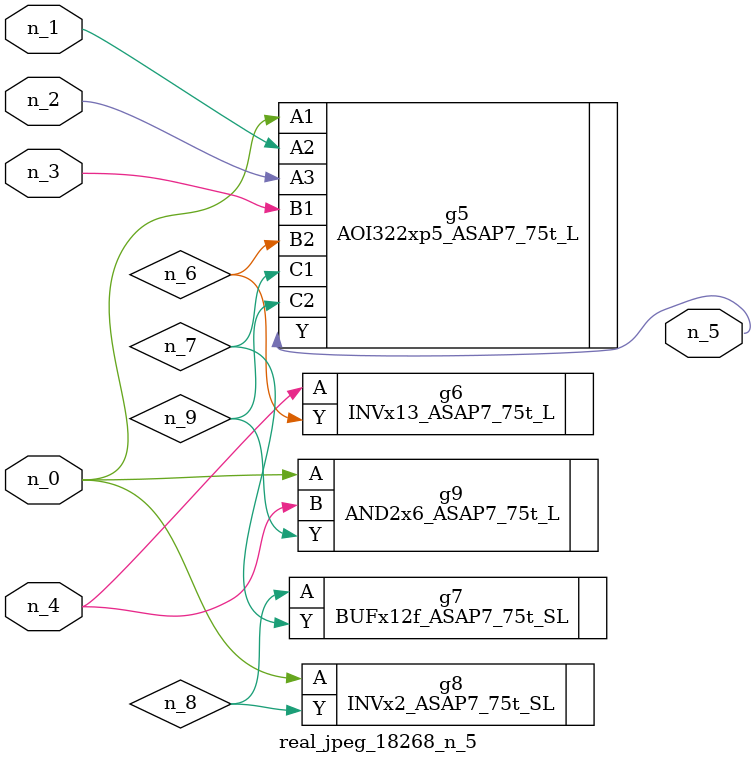
<source format=v>
module real_jpeg_18268_n_5 (n_4, n_0, n_1, n_2, n_3, n_5);

input n_4;
input n_0;
input n_1;
input n_2;
input n_3;

output n_5;

wire n_8;
wire n_6;
wire n_7;
wire n_9;

AOI322xp5_ASAP7_75t_L g5 ( 
.A1(n_0),
.A2(n_1),
.A3(n_2),
.B1(n_3),
.B2(n_6),
.C1(n_7),
.C2(n_9),
.Y(n_5)
);

INVx2_ASAP7_75t_SL g8 ( 
.A(n_0),
.Y(n_8)
);

AND2x6_ASAP7_75t_L g9 ( 
.A(n_0),
.B(n_4),
.Y(n_9)
);

INVx13_ASAP7_75t_L g6 ( 
.A(n_4),
.Y(n_6)
);

BUFx12f_ASAP7_75t_SL g7 ( 
.A(n_8),
.Y(n_7)
);


endmodule
</source>
